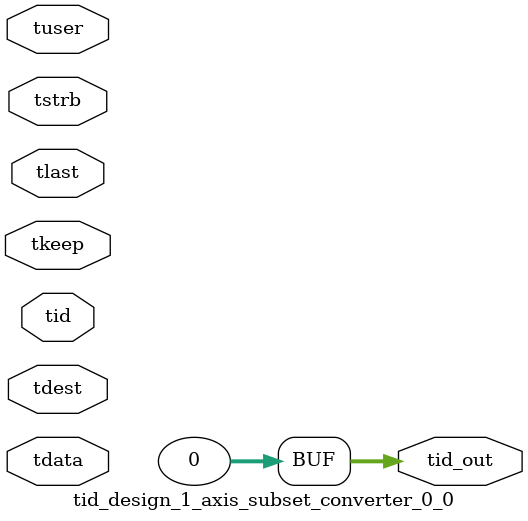
<source format=v>


`timescale 1ps/1ps

module tid_design_1_axis_subset_converter_0_0 #
(
parameter C_S_AXIS_TID_WIDTH   = 1,
parameter C_S_AXIS_TUSER_WIDTH = 0,
parameter C_S_AXIS_TDATA_WIDTH = 0,
parameter C_S_AXIS_TDEST_WIDTH = 0,
parameter C_M_AXIS_TID_WIDTH   = 32
)
(
input  [(C_S_AXIS_TID_WIDTH   == 0 ? 1 : C_S_AXIS_TID_WIDTH)-1:0       ] tid,
input  [(C_S_AXIS_TDATA_WIDTH == 0 ? 1 : C_S_AXIS_TDATA_WIDTH)-1:0     ] tdata,
input  [(C_S_AXIS_TUSER_WIDTH == 0 ? 1 : C_S_AXIS_TUSER_WIDTH)-1:0     ] tuser,
input  [(C_S_AXIS_TDEST_WIDTH == 0 ? 1 : C_S_AXIS_TDEST_WIDTH)-1:0     ] tdest,
input  [(C_S_AXIS_TDATA_WIDTH/8)-1:0 ] tkeep,
input  [(C_S_AXIS_TDATA_WIDTH/8)-1:0 ] tstrb,
input                                                                    tlast,
output [(C_M_AXIS_TID_WIDTH   == 0 ? 1 : C_M_AXIS_TID_WIDTH)-1:0       ] tid_out
);

assign tid_out = {1'b0};

endmodule


</source>
